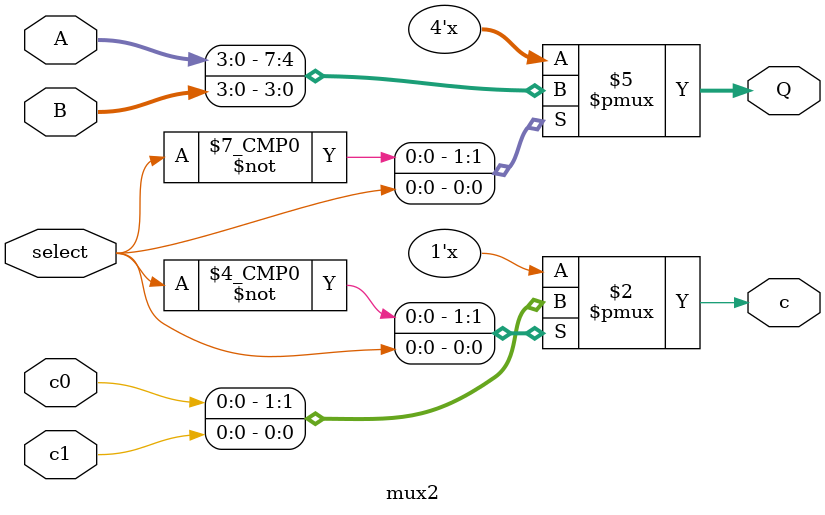
<source format=sv>
`timescale 1ns / 1ps


module mux2(
    input select, c0, c1,
    input [3:0] A, B,
    output logic c,
    output logic [3:0] Q
    );
    
    always_comb
    begin
        unique case(select)
            1'b0    :   Q = A;
            1'b1    :   Q = B;
        endcase
        unique case(select)
            1'b0    :   c = c0;
            1'b1    :   c = c1;
        endcase
    end
endmodule
</source>
